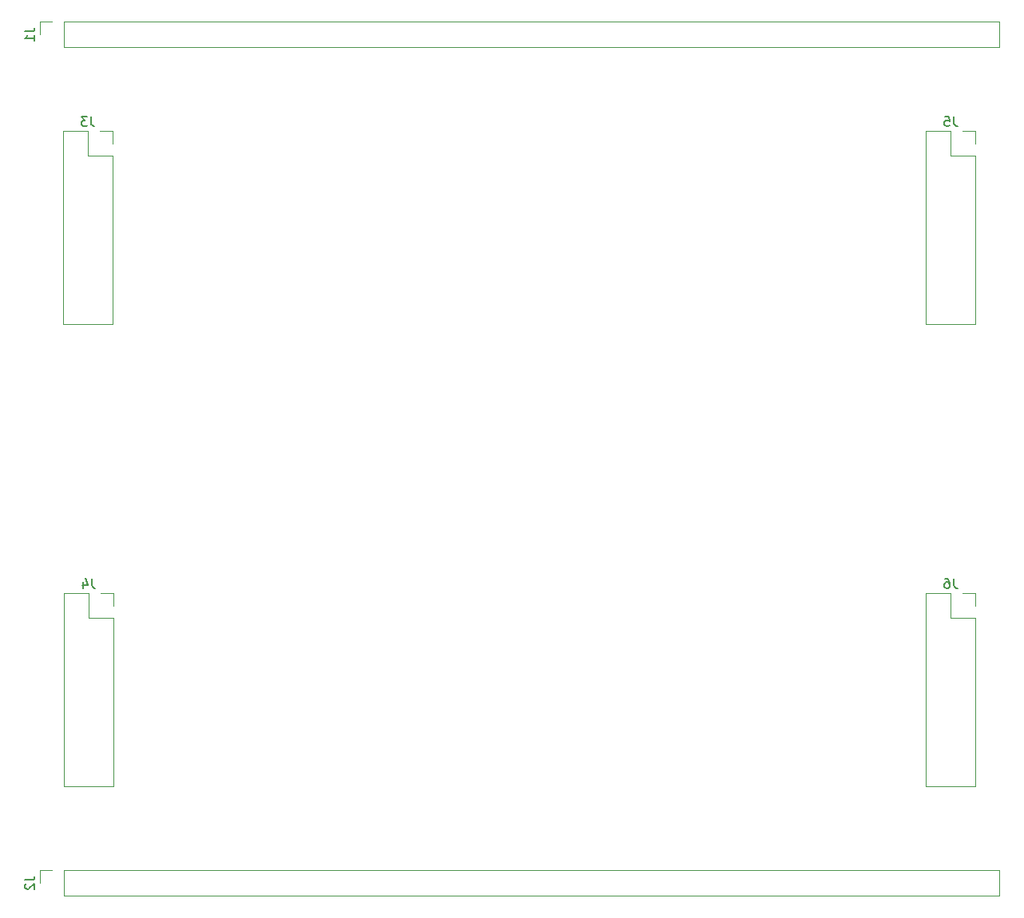
<source format=gbo>
G04 #@! TF.GenerationSoftware,KiCad,Pcbnew,(5.1.9)-1*
G04 #@! TF.CreationDate,2021-10-03T21:23:14-04:00*
G04 #@! TF.ProjectId,template,74656d70-6c61-4746-952e-6b696361645f,1.0*
G04 #@! TF.SameCoordinates,Original*
G04 #@! TF.FileFunction,Legend,Bot*
G04 #@! TF.FilePolarity,Positive*
%FSLAX46Y46*%
G04 Gerber Fmt 4.6, Leading zero omitted, Abs format (unit mm)*
G04 Created by KiCad (PCBNEW (5.1.9)-1) date 2021-10-03 21:23:14*
%MOMM*%
%LPD*%
G01*
G04 APERTURE LIST*
%ADD10C,0.120000*%
%ADD11C,0.150000*%
%ADD12O,1.700000X1.700000*%
%ADD13R,1.700000X1.700000*%
G04 APERTURE END LIST*
D10*
X184230000Y-125710000D02*
X179030000Y-125710000D01*
X184230000Y-107870000D02*
X184230000Y-125710000D01*
X179030000Y-105270000D02*
X179030000Y-125710000D01*
X184230000Y-107870000D02*
X181630000Y-107870000D01*
X181630000Y-107870000D02*
X181630000Y-105270000D01*
X181630000Y-105270000D02*
X179030000Y-105270000D01*
X184230000Y-106600000D02*
X184230000Y-105270000D01*
X184230000Y-105270000D02*
X182900000Y-105270000D01*
X184230000Y-76710000D02*
X179030000Y-76710000D01*
X184230000Y-58870000D02*
X184230000Y-76710000D01*
X179030000Y-56270000D02*
X179030000Y-76710000D01*
X184230000Y-58870000D02*
X181630000Y-58870000D01*
X181630000Y-58870000D02*
X181630000Y-56270000D01*
X181630000Y-56270000D02*
X179030000Y-56270000D01*
X184230000Y-57600000D02*
X184230000Y-56270000D01*
X184230000Y-56270000D02*
X182900000Y-56270000D01*
X92860000Y-125710000D02*
X87660000Y-125710000D01*
X92860000Y-107870000D02*
X92860000Y-125710000D01*
X87660000Y-105270000D02*
X87660000Y-125710000D01*
X92860000Y-107870000D02*
X90260000Y-107870000D01*
X90260000Y-107870000D02*
X90260000Y-105270000D01*
X90260000Y-105270000D02*
X87660000Y-105270000D01*
X92860000Y-106600000D02*
X92860000Y-105270000D01*
X92860000Y-105270000D02*
X91530000Y-105270000D01*
X92770000Y-76710000D02*
X87570000Y-76710000D01*
X92770000Y-58870000D02*
X92770000Y-76710000D01*
X87570000Y-56270000D02*
X87570000Y-76710000D01*
X92770000Y-58870000D02*
X90170000Y-58870000D01*
X90170000Y-58870000D02*
X90170000Y-56270000D01*
X90170000Y-56270000D02*
X87570000Y-56270000D01*
X92770000Y-57600000D02*
X92770000Y-56270000D01*
X92770000Y-56270000D02*
X91440000Y-56270000D01*
X186790000Y-134670000D02*
X186790000Y-137330000D01*
X87670000Y-134670000D02*
X186790000Y-134670000D01*
X87670000Y-137330000D02*
X186790000Y-137330000D01*
X87670000Y-134670000D02*
X87670000Y-137330000D01*
X86400000Y-134670000D02*
X85070000Y-134670000D01*
X85070000Y-134670000D02*
X85070000Y-136000000D01*
X186790000Y-44670000D02*
X186790000Y-47330000D01*
X87670000Y-44670000D02*
X186790000Y-44670000D01*
X87670000Y-47330000D02*
X186790000Y-47330000D01*
X87670000Y-44670000D02*
X87670000Y-47330000D01*
X86400000Y-44670000D02*
X85070000Y-44670000D01*
X85070000Y-44670000D02*
X85070000Y-46000000D01*
D11*
X181963333Y-103722380D02*
X181963333Y-104436666D01*
X182010952Y-104579523D01*
X182106190Y-104674761D01*
X182249047Y-104722380D01*
X182344285Y-104722380D01*
X181058571Y-103722380D02*
X181249047Y-103722380D01*
X181344285Y-103770000D01*
X181391904Y-103817619D01*
X181487142Y-103960476D01*
X181534761Y-104150952D01*
X181534761Y-104531904D01*
X181487142Y-104627142D01*
X181439523Y-104674761D01*
X181344285Y-104722380D01*
X181153809Y-104722380D01*
X181058571Y-104674761D01*
X181010952Y-104627142D01*
X180963333Y-104531904D01*
X180963333Y-104293809D01*
X181010952Y-104198571D01*
X181058571Y-104150952D01*
X181153809Y-104103333D01*
X181344285Y-104103333D01*
X181439523Y-104150952D01*
X181487142Y-104198571D01*
X181534761Y-104293809D01*
X181963333Y-54722380D02*
X181963333Y-55436666D01*
X182010952Y-55579523D01*
X182106190Y-55674761D01*
X182249047Y-55722380D01*
X182344285Y-55722380D01*
X181010952Y-54722380D02*
X181487142Y-54722380D01*
X181534761Y-55198571D01*
X181487142Y-55150952D01*
X181391904Y-55103333D01*
X181153809Y-55103333D01*
X181058571Y-55150952D01*
X181010952Y-55198571D01*
X180963333Y-55293809D01*
X180963333Y-55531904D01*
X181010952Y-55627142D01*
X181058571Y-55674761D01*
X181153809Y-55722380D01*
X181391904Y-55722380D01*
X181487142Y-55674761D01*
X181534761Y-55627142D01*
X90593333Y-103722380D02*
X90593333Y-104436666D01*
X90640952Y-104579523D01*
X90736190Y-104674761D01*
X90879047Y-104722380D01*
X90974285Y-104722380D01*
X89688571Y-104055714D02*
X89688571Y-104722380D01*
X89926666Y-103674761D02*
X90164761Y-104389047D01*
X89545714Y-104389047D01*
X90503333Y-54722380D02*
X90503333Y-55436666D01*
X90550952Y-55579523D01*
X90646190Y-55674761D01*
X90789047Y-55722380D01*
X90884285Y-55722380D01*
X90122380Y-54722380D02*
X89503333Y-54722380D01*
X89836666Y-55103333D01*
X89693809Y-55103333D01*
X89598571Y-55150952D01*
X89550952Y-55198571D01*
X89503333Y-55293809D01*
X89503333Y-55531904D01*
X89550952Y-55627142D01*
X89598571Y-55674761D01*
X89693809Y-55722380D01*
X89979523Y-55722380D01*
X90074761Y-55674761D01*
X90122380Y-55627142D01*
X83522380Y-135666666D02*
X84236666Y-135666666D01*
X84379523Y-135619047D01*
X84474761Y-135523809D01*
X84522380Y-135380952D01*
X84522380Y-135285714D01*
X83617619Y-136095238D02*
X83570000Y-136142857D01*
X83522380Y-136238095D01*
X83522380Y-136476190D01*
X83570000Y-136571428D01*
X83617619Y-136619047D01*
X83712857Y-136666666D01*
X83808095Y-136666666D01*
X83950952Y-136619047D01*
X84522380Y-136047619D01*
X84522380Y-136666666D01*
X83522380Y-45666666D02*
X84236666Y-45666666D01*
X84379523Y-45619047D01*
X84474761Y-45523809D01*
X84522380Y-45380952D01*
X84522380Y-45285714D01*
X84522380Y-46666666D02*
X84522380Y-46095238D01*
X84522380Y-46380952D02*
X83522380Y-46380952D01*
X83665238Y-46285714D01*
X83760476Y-46190476D01*
X83808095Y-46095238D01*
%LPC*%
D12*
X180360000Y-124380000D03*
X182900000Y-124380000D03*
X180360000Y-121840000D03*
X182900000Y-121840000D03*
X180360000Y-119300000D03*
X182900000Y-119300000D03*
X180360000Y-116760000D03*
X182900000Y-116760000D03*
X180360000Y-114220000D03*
X182900000Y-114220000D03*
X180360000Y-111680000D03*
X182900000Y-111680000D03*
X180360000Y-109140000D03*
X182900000Y-109140000D03*
X180360000Y-106600000D03*
D13*
X182900000Y-106600000D03*
D12*
X180360000Y-75380000D03*
X182900000Y-75380000D03*
X180360000Y-72840000D03*
X182900000Y-72840000D03*
X180360000Y-70300000D03*
X182900000Y-70300000D03*
X180360000Y-67760000D03*
X182900000Y-67760000D03*
X180360000Y-65220000D03*
X182900000Y-65220000D03*
X180360000Y-62680000D03*
X182900000Y-62680000D03*
X180360000Y-60140000D03*
X182900000Y-60140000D03*
X180360000Y-57600000D03*
D13*
X182900000Y-57600000D03*
D12*
X88990000Y-124380000D03*
X91530000Y-124380000D03*
X88990000Y-121840000D03*
X91530000Y-121840000D03*
X88990000Y-119300000D03*
X91530000Y-119300000D03*
X88990000Y-116760000D03*
X91530000Y-116760000D03*
X88990000Y-114220000D03*
X91530000Y-114220000D03*
X88990000Y-111680000D03*
X91530000Y-111680000D03*
X88990000Y-109140000D03*
X91530000Y-109140000D03*
X88990000Y-106600000D03*
D13*
X91530000Y-106600000D03*
D12*
X88900000Y-75380000D03*
X91440000Y-75380000D03*
X88900000Y-72840000D03*
X91440000Y-72840000D03*
X88900000Y-70300000D03*
X91440000Y-70300000D03*
X88900000Y-67760000D03*
X91440000Y-67760000D03*
X88900000Y-65220000D03*
X91440000Y-65220000D03*
X88900000Y-62680000D03*
X91440000Y-62680000D03*
X88900000Y-60140000D03*
X91440000Y-60140000D03*
X88900000Y-57600000D03*
D13*
X91440000Y-57600000D03*
D12*
X185460000Y-136000000D03*
X182920000Y-136000000D03*
X180380000Y-136000000D03*
X177840000Y-136000000D03*
X175300000Y-136000000D03*
X172760000Y-136000000D03*
X170220000Y-136000000D03*
X167680000Y-136000000D03*
X165140000Y-136000000D03*
X162600000Y-136000000D03*
X160060000Y-136000000D03*
X157520000Y-136000000D03*
X154980000Y-136000000D03*
X152440000Y-136000000D03*
X149900000Y-136000000D03*
X147360000Y-136000000D03*
X144820000Y-136000000D03*
X142280000Y-136000000D03*
X139740000Y-136000000D03*
X137200000Y-136000000D03*
X134660000Y-136000000D03*
X132120000Y-136000000D03*
X129580000Y-136000000D03*
X127040000Y-136000000D03*
X124500000Y-136000000D03*
X121960000Y-136000000D03*
X119420000Y-136000000D03*
X116880000Y-136000000D03*
X114340000Y-136000000D03*
X111800000Y-136000000D03*
X109260000Y-136000000D03*
X106720000Y-136000000D03*
X104180000Y-136000000D03*
X101640000Y-136000000D03*
X99100000Y-136000000D03*
X96560000Y-136000000D03*
X94020000Y-136000000D03*
X91480000Y-136000000D03*
X88940000Y-136000000D03*
D13*
X86400000Y-136000000D03*
D12*
X185460000Y-46000000D03*
X182920000Y-46000000D03*
X180380000Y-46000000D03*
X177840000Y-46000000D03*
X175300000Y-46000000D03*
X172760000Y-46000000D03*
X170220000Y-46000000D03*
X167680000Y-46000000D03*
X165140000Y-46000000D03*
X162600000Y-46000000D03*
X160060000Y-46000000D03*
X157520000Y-46000000D03*
X154980000Y-46000000D03*
X152440000Y-46000000D03*
X149900000Y-46000000D03*
X147360000Y-46000000D03*
X144820000Y-46000000D03*
X142280000Y-46000000D03*
X139740000Y-46000000D03*
X137200000Y-46000000D03*
X134660000Y-46000000D03*
X132120000Y-46000000D03*
X129580000Y-46000000D03*
X127040000Y-46000000D03*
X124500000Y-46000000D03*
X121960000Y-46000000D03*
X119420000Y-46000000D03*
X116880000Y-46000000D03*
X114340000Y-46000000D03*
X111800000Y-46000000D03*
X109260000Y-46000000D03*
X106720000Y-46000000D03*
X104180000Y-46000000D03*
X101640000Y-46000000D03*
X99100000Y-46000000D03*
X96560000Y-46000000D03*
X94020000Y-46000000D03*
X91480000Y-46000000D03*
X88940000Y-46000000D03*
D13*
X86400000Y-46000000D03*
M02*

</source>
